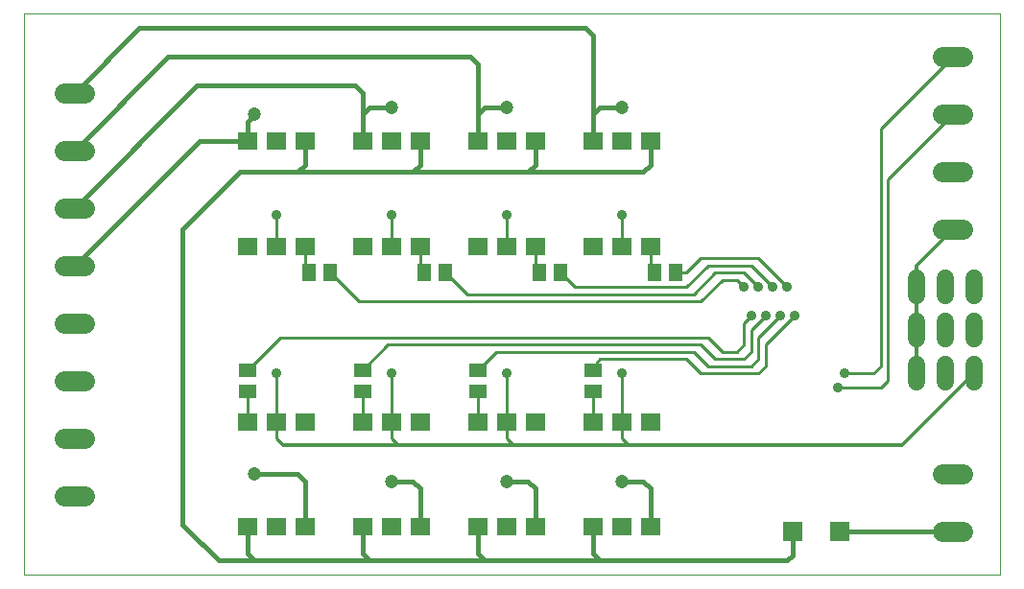
<source format=gbl>
G75*
%MOIN*%
%OFA0B0*%
%FSLAX25Y25*%
%IPPOS*%
%LPD*%
%AMOC8*
5,1,8,0,0,1.08239X$1,22.5*
%
%ADD10C,0.00000*%
%ADD11R,0.07087X0.06693*%
%ADD12C,0.07050*%
%ADD13R,0.07008X0.05984*%
%ADD14R,0.05118X0.05906*%
%ADD15R,0.05906X0.05118*%
%ADD16C,0.06000*%
%ADD17C,0.03562*%
%ADD18C,0.01000*%
%ADD19C,0.01200*%
%ADD20C,0.04724*%
%ADD21C,0.01600*%
D10*
X0001000Y0001000D02*
X0001000Y0195961D01*
X0339701Y0195961D01*
X0339701Y0001000D01*
X0001000Y0001000D01*
D11*
X0267929Y0016000D03*
X0284071Y0016000D03*
D12*
X0319975Y0016000D02*
X0327025Y0016000D01*
X0327025Y0036000D02*
X0319975Y0036000D01*
X0319975Y0121000D02*
X0327025Y0121000D01*
X0327025Y0141000D02*
X0319975Y0141000D01*
X0319975Y0161000D02*
X0327025Y0161000D01*
X0327025Y0181000D02*
X0319975Y0181000D01*
X0022025Y0168500D02*
X0014975Y0168500D01*
X0014975Y0148500D02*
X0022025Y0148500D01*
X0022025Y0128500D02*
X0014975Y0128500D01*
X0014975Y0108500D02*
X0022025Y0108500D01*
X0022025Y0088500D02*
X0014975Y0088500D01*
X0014975Y0068500D02*
X0022025Y0068500D01*
X0022025Y0048500D02*
X0014975Y0048500D01*
X0014975Y0028500D02*
X0022025Y0028500D01*
D13*
X0078500Y0017713D03*
X0088500Y0017713D03*
X0098500Y0017713D03*
X0118500Y0017713D03*
X0128500Y0017713D03*
X0138500Y0017713D03*
X0158500Y0017713D03*
X0168500Y0017713D03*
X0178500Y0017713D03*
X0198500Y0017713D03*
X0208500Y0017713D03*
X0218500Y0017713D03*
X0218500Y0054287D03*
X0208500Y0054287D03*
X0198500Y0054287D03*
X0178500Y0054287D03*
X0168500Y0054287D03*
X0158500Y0054287D03*
X0138500Y0054287D03*
X0128500Y0054287D03*
X0118500Y0054287D03*
X0098500Y0054287D03*
X0088500Y0054287D03*
X0078500Y0054287D03*
X0078500Y0115213D03*
X0088500Y0115213D03*
X0098500Y0115213D03*
X0118500Y0115213D03*
X0128500Y0115213D03*
X0138500Y0115213D03*
X0158500Y0115213D03*
X0168500Y0115213D03*
X0178500Y0115213D03*
X0198500Y0115213D03*
X0208500Y0115213D03*
X0218500Y0115213D03*
X0218500Y0151787D03*
X0208500Y0151787D03*
X0198500Y0151787D03*
X0178500Y0151787D03*
X0168500Y0151787D03*
X0158500Y0151787D03*
X0138500Y0151787D03*
X0128500Y0151787D03*
X0118500Y0151787D03*
X0098500Y0151787D03*
X0088500Y0151787D03*
X0078500Y0151787D03*
D14*
X0099760Y0106000D03*
X0107240Y0106000D03*
X0139760Y0106000D03*
X0147240Y0106000D03*
X0179760Y0106000D03*
X0187240Y0106000D03*
X0219760Y0106000D03*
X0227240Y0106000D03*
D15*
X0198500Y0072240D03*
X0198500Y0064760D03*
X0158500Y0064760D03*
X0158500Y0072240D03*
X0118500Y0072240D03*
X0118500Y0064760D03*
X0078500Y0064760D03*
X0078500Y0072240D03*
D16*
X0311000Y0074000D02*
X0311000Y0068000D01*
X0321000Y0068000D02*
X0321000Y0074000D01*
X0331000Y0074000D02*
X0331000Y0068000D01*
X0331000Y0083000D02*
X0331000Y0089000D01*
X0321000Y0089000D02*
X0321000Y0083000D01*
X0311000Y0083000D02*
X0311000Y0089000D01*
X0311000Y0098000D02*
X0311000Y0104000D01*
X0321000Y0104000D02*
X0321000Y0098000D01*
X0331000Y0098000D02*
X0331000Y0104000D01*
D17*
X0286000Y0071000D03*
X0283500Y0066000D03*
X0268500Y0091000D03*
X0263500Y0091000D03*
X0258500Y0091000D03*
X0253500Y0091000D03*
X0251000Y0101000D03*
X0256000Y0101000D03*
X0261000Y0101000D03*
X0266000Y0101000D03*
X0208500Y0126000D03*
X0168500Y0126000D03*
X0128500Y0126000D03*
X0088500Y0126000D03*
X0088500Y0071000D03*
X0128500Y0071000D03*
X0168500Y0071000D03*
X0208500Y0071000D03*
D18*
X0208500Y0054287D01*
X0208500Y0048500D01*
X0211000Y0046000D01*
X0198500Y0054287D02*
X0198500Y0064760D01*
X0198500Y0072240D02*
X0199760Y0073500D01*
X0199760Y0074760D01*
X0201000Y0076000D01*
X0231000Y0076000D01*
X0236000Y0071000D01*
X0256000Y0071000D01*
X0258500Y0073500D01*
X0258500Y0081000D01*
X0268500Y0091000D01*
X0263500Y0091000D02*
X0256000Y0083500D01*
X0256000Y0076000D01*
X0253500Y0073500D01*
X0238500Y0073500D01*
X0233500Y0078500D01*
X0164760Y0078500D01*
X0158500Y0072240D01*
X0168500Y0071000D02*
X0168500Y0054287D01*
X0168500Y0048500D01*
X0171000Y0046000D01*
X0158500Y0054287D02*
X0158500Y0064760D01*
X0128500Y0071000D02*
X0128500Y0054287D01*
X0128500Y0048500D01*
X0131000Y0046000D01*
X0118500Y0054287D02*
X0118500Y0064760D01*
X0118500Y0072240D02*
X0127260Y0081000D01*
X0236000Y0081000D01*
X0241000Y0076000D01*
X0251000Y0076000D01*
X0253500Y0078500D01*
X0253500Y0086000D01*
X0258500Y0091000D01*
X0253500Y0091000D02*
X0251000Y0088500D01*
X0251000Y0081000D01*
X0248500Y0078500D01*
X0243500Y0078500D01*
X0238500Y0083500D01*
X0089760Y0083500D01*
X0078500Y0072240D01*
X0088500Y0071000D02*
X0088500Y0054287D01*
X0088500Y0048500D01*
X0091000Y0046000D01*
X0078500Y0054287D02*
X0078500Y0064760D01*
X0117240Y0096000D02*
X0107240Y0106000D01*
X0099760Y0106000D02*
X0098500Y0107260D01*
X0098500Y0115213D01*
X0088500Y0115213D02*
X0088500Y0126000D01*
X0128500Y0126000D02*
X0128500Y0115213D01*
X0138500Y0115213D02*
X0138500Y0107260D01*
X0139760Y0106000D01*
X0147240Y0106000D02*
X0154740Y0098500D01*
X0233500Y0098500D01*
X0241000Y0106000D01*
X0251000Y0106000D01*
X0256000Y0101000D01*
X0261000Y0101000D02*
X0253500Y0108500D01*
X0238500Y0108500D01*
X0231000Y0101000D01*
X0192240Y0101000D01*
X0187240Y0106000D01*
X0179760Y0106000D02*
X0178500Y0107260D01*
X0178500Y0115213D01*
X0168500Y0115213D02*
X0168500Y0126000D01*
X0208500Y0126000D02*
X0208500Y0115213D01*
X0218500Y0115213D02*
X0218500Y0107260D01*
X0219760Y0106000D01*
X0227240Y0106000D02*
X0231000Y0106000D01*
X0236000Y0111000D01*
X0256000Y0111000D01*
X0266000Y0101000D01*
X0251000Y0101000D02*
X0248500Y0103500D01*
X0243500Y0103500D01*
X0236000Y0096000D01*
X0117240Y0096000D01*
X0283500Y0066000D02*
X0298500Y0066000D01*
X0301000Y0068500D01*
X0301000Y0138500D01*
X0323500Y0161000D01*
X0323500Y0181000D02*
X0298500Y0156000D01*
X0298500Y0073500D01*
X0296000Y0071000D01*
X0286000Y0071000D01*
D19*
X0311000Y0071000D02*
X0311000Y0086000D01*
X0311000Y0101000D01*
X0311000Y0108500D01*
X0323500Y0121000D01*
X0331000Y0071000D02*
X0306000Y0046000D01*
X0211000Y0046000D01*
X0171000Y0046000D01*
X0131000Y0046000D01*
X0091000Y0046000D01*
D20*
X0081000Y0036000D03*
X0128500Y0033500D03*
X0168500Y0033500D03*
X0208500Y0033500D03*
X0081000Y0161000D03*
X0128500Y0163500D03*
X0168500Y0163500D03*
X0208500Y0163500D03*
D21*
X0201000Y0163500D01*
X0198500Y0161000D01*
X0198500Y0151787D01*
X0198500Y0188500D01*
X0196000Y0191000D01*
X0041000Y0191000D01*
X0018500Y0168500D01*
X0018500Y0148500D02*
X0051000Y0181000D01*
X0156000Y0181000D01*
X0158500Y0178500D01*
X0158500Y0151787D01*
X0158500Y0161000D01*
X0161000Y0163500D01*
X0168500Y0163500D01*
X0178500Y0151787D02*
X0178500Y0143500D01*
X0176000Y0141000D01*
X0136000Y0141000D01*
X0138500Y0143500D01*
X0138500Y0151787D01*
X0136000Y0141000D02*
X0096000Y0141000D01*
X0076000Y0141000D01*
X0056000Y0121000D01*
X0056000Y0018500D01*
X0057250Y0017250D01*
X0068500Y0006000D01*
X0081000Y0006000D01*
X0121000Y0006000D01*
X0161000Y0006000D01*
X0201000Y0006000D01*
X0198500Y0008500D01*
X0198500Y0017713D01*
X0201000Y0006000D02*
X0266000Y0006000D01*
X0267929Y0007929D01*
X0267929Y0016000D01*
X0284071Y0016000D02*
X0323500Y0016000D01*
X0218500Y0017713D02*
X0218500Y0031000D01*
X0216000Y0033500D01*
X0208500Y0033500D01*
X0178500Y0031000D02*
X0178500Y0017713D01*
X0161000Y0006000D02*
X0158500Y0008500D01*
X0158500Y0017713D01*
X0138500Y0017713D02*
X0138500Y0031000D01*
X0136000Y0033500D01*
X0128500Y0033500D01*
X0118500Y0017713D02*
X0118500Y0008500D01*
X0121000Y0006000D01*
X0098500Y0017713D02*
X0098500Y0033500D01*
X0096000Y0036000D01*
X0081000Y0036000D01*
X0078500Y0017713D02*
X0078500Y0008500D01*
X0081000Y0006000D01*
X0168500Y0033500D02*
X0176000Y0033500D01*
X0178500Y0031000D01*
X0061787Y0151787D02*
X0018500Y0108500D01*
X0018500Y0128500D02*
X0061000Y0171000D01*
X0116000Y0171000D01*
X0118500Y0168500D01*
X0118500Y0151787D01*
X0118500Y0161000D01*
X0121000Y0163500D01*
X0128500Y0163500D01*
X0098500Y0151787D02*
X0098500Y0143500D01*
X0096000Y0141000D01*
X0078500Y0151787D02*
X0076787Y0153500D01*
X0078500Y0151787D02*
X0061787Y0151787D01*
X0078500Y0151787D02*
X0078500Y0158500D01*
X0081000Y0161000D01*
X0176000Y0141000D02*
X0216000Y0141000D01*
X0218500Y0143500D01*
X0218500Y0151787D01*
M02*

</source>
